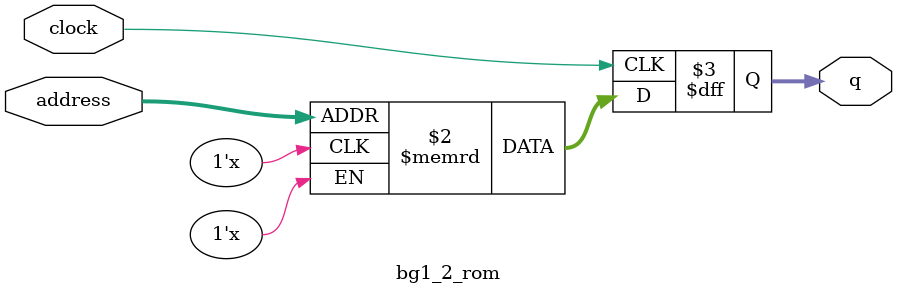
<source format=sv>
module bg1_2_rom (
	input logic clock,
	input logic [16:0] address,
	output logic [4:0] q
);

logic [4:0] memory [0:83999] /* synthesis ram_init_file = "./bg1_2/bg1_2.mif" */;

always_ff @ (posedge clock) begin
	q <= memory[address];
end

endmodule

</source>
